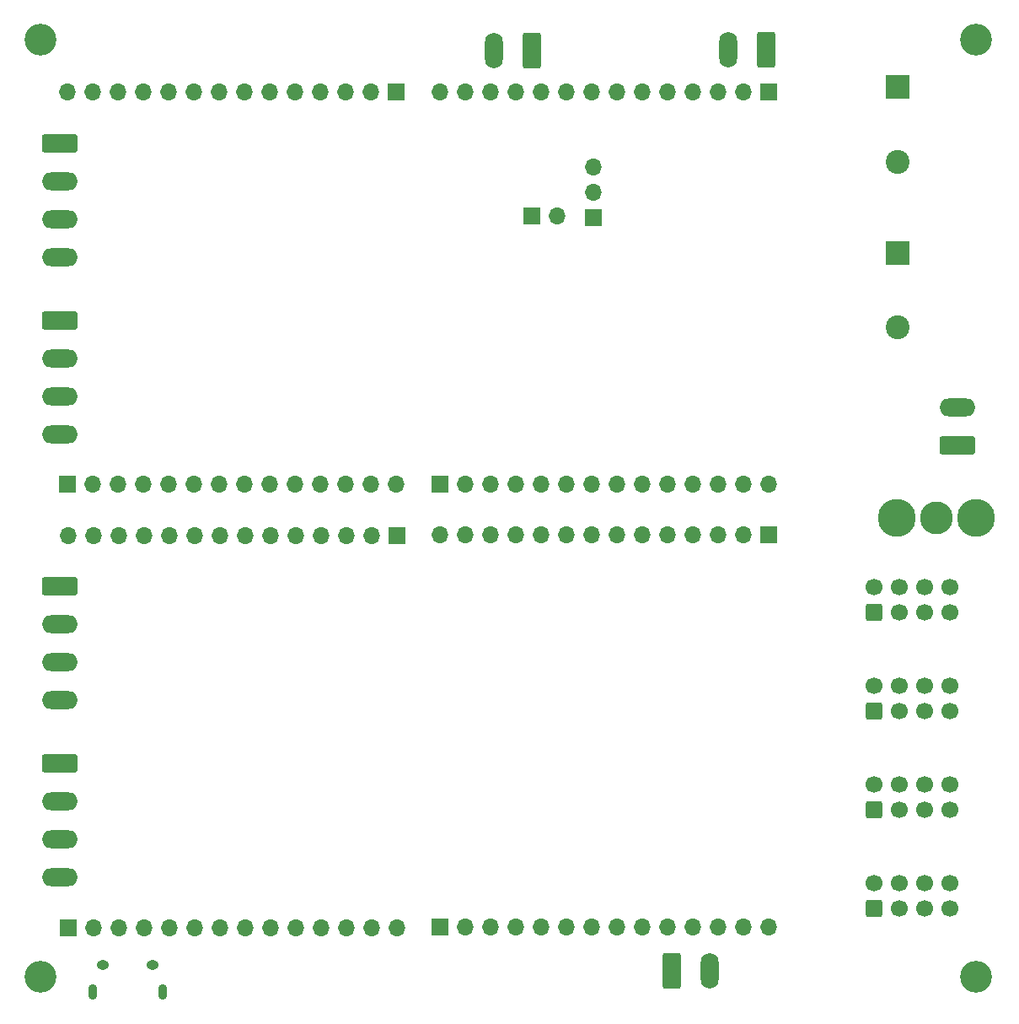
<source format=gbr>
%TF.GenerationSoftware,KiCad,Pcbnew,(6.0.4-0)*%
%TF.CreationDate,2022-09-03T22:07:04-04:00*%
%TF.ProjectId,QuarkCncQuadDriver,51756172-6b43-46e6-9351-756164447269,rev?*%
%TF.SameCoordinates,Original*%
%TF.FileFunction,Soldermask,Bot*%
%TF.FilePolarity,Negative*%
%FSLAX46Y46*%
G04 Gerber Fmt 4.6, Leading zero omitted, Abs format (unit mm)*
G04 Created by KiCad (PCBNEW (6.0.4-0)) date 2022-09-03 22:07:04*
%MOMM*%
%LPD*%
G01*
G04 APERTURE LIST*
G04 Aperture macros list*
%AMRoundRect*
0 Rectangle with rounded corners*
0 $1 Rounding radius*
0 $2 $3 $4 $5 $6 $7 $8 $9 X,Y pos of 4 corners*
0 Add a 4 corners polygon primitive as box body*
4,1,4,$2,$3,$4,$5,$6,$7,$8,$9,$2,$3,0*
0 Add four circle primitives for the rounded corners*
1,1,$1+$1,$2,$3*
1,1,$1+$1,$4,$5*
1,1,$1+$1,$6,$7*
1,1,$1+$1,$8,$9*
0 Add four rect primitives between the rounded corners*
20,1,$1+$1,$2,$3,$4,$5,0*
20,1,$1+$1,$4,$5,$6,$7,0*
20,1,$1+$1,$6,$7,$8,$9,0*
20,1,$1+$1,$8,$9,$2,$3,0*%
G04 Aperture macros list end*
%ADD10R,1.700000X1.700000*%
%ADD11O,1.700000X1.700000*%
%ADD12RoundRect,0.250000X-1.550000X0.650000X-1.550000X-0.650000X1.550000X-0.650000X1.550000X0.650000X0*%
%ADD13O,3.600000X1.800000*%
%ADD14RoundRect,0.250000X-0.650000X-1.550000X0.650000X-1.550000X0.650000X1.550000X-0.650000X1.550000X0*%
%ADD15O,1.800000X3.600000*%
%ADD16RoundRect,0.250000X0.650000X1.550000X-0.650000X1.550000X-0.650000X-1.550000X0.650000X-1.550000X0*%
%ADD17C,3.200000*%
%ADD18C,3.300000*%
%ADD19C,3.800000*%
%ADD20RoundRect,0.250000X0.600000X-0.600000X0.600000X0.600000X-0.600000X0.600000X-0.600000X-0.600000X0*%
%ADD21C,1.700000*%
%ADD22O,1.250000X0.950000*%
%ADD23O,0.890000X1.550000*%
%ADD24RoundRect,0.250000X1.550000X-0.650000X1.550000X0.650000X-1.550000X0.650000X-1.550000X-0.650000X0*%
%ADD25R,2.400000X2.400000*%
%ADD26C,2.400000*%
G04 APERTURE END LIST*
D10*
%TO.C,U29*%
X43180000Y-123190000D03*
D11*
X45720000Y-123190000D03*
X48260000Y-123190000D03*
X50800000Y-123190000D03*
X53340000Y-123190000D03*
X55880000Y-123190000D03*
X58420000Y-123190000D03*
X60960000Y-123190000D03*
X63500000Y-123190000D03*
X66040000Y-123190000D03*
X68580000Y-123190000D03*
X71120000Y-123190000D03*
X73660000Y-123190000D03*
X76200000Y-123190000D03*
%TD*%
D12*
%TO.C,J11*%
X42302500Y-62285000D03*
D13*
X42302500Y-66095000D03*
X42302500Y-69905000D03*
X42302500Y-73715000D03*
%TD*%
D14*
%TO.C,J10*%
X103759000Y-127508000D03*
D15*
X107569000Y-127508000D03*
%TD*%
D16*
%TO.C,J4*%
X89708600Y-35139700D03*
D15*
X85898600Y-35139700D03*
%TD*%
D10*
%TO.C,U9*%
X76095000Y-39345000D03*
D11*
X73555000Y-39345000D03*
X71015000Y-39345000D03*
X68475000Y-39345000D03*
X65935000Y-39345000D03*
X63395000Y-39345000D03*
X60855000Y-39345000D03*
X58315000Y-39345000D03*
X55775000Y-39345000D03*
X53235000Y-39345000D03*
X50695000Y-39345000D03*
X48155000Y-39345000D03*
X45615000Y-39345000D03*
X43075000Y-39345000D03*
%TD*%
D17*
%TO.C,H3*%
X134360000Y-128090000D03*
%TD*%
D18*
%TO.C,F1*%
X130378200Y-82061400D03*
D19*
X134378200Y-82061400D03*
X126378200Y-82061400D03*
%TD*%
D12*
%TO.C,Je1*%
X42302500Y-44505000D03*
D13*
X42302500Y-48315000D03*
X42302500Y-52125000D03*
X42302500Y-55935000D03*
%TD*%
D10*
%TO.C,J2*%
X95935800Y-51968400D03*
D11*
X95935800Y-49428400D03*
X95935800Y-46888400D03*
%TD*%
D10*
%TO.C,U19*%
X113550000Y-83795000D03*
D11*
X111010000Y-83795000D03*
X108470000Y-83795000D03*
X105930000Y-83795000D03*
X103390000Y-83795000D03*
X100850000Y-83795000D03*
X98310000Y-83795000D03*
X95770000Y-83795000D03*
X93230000Y-83795000D03*
X90690000Y-83795000D03*
X88150000Y-83795000D03*
X85610000Y-83795000D03*
X83070000Y-83795000D03*
X80530000Y-83795000D03*
%TD*%
D10*
%TO.C,U27*%
X76200000Y-83820000D03*
D11*
X73660000Y-83820000D03*
X71120000Y-83820000D03*
X68580000Y-83820000D03*
X66040000Y-83820000D03*
X63500000Y-83820000D03*
X60960000Y-83820000D03*
X58420000Y-83820000D03*
X55880000Y-83820000D03*
X53340000Y-83820000D03*
X50800000Y-83820000D03*
X48260000Y-83820000D03*
X45720000Y-83820000D03*
X43180000Y-83820000D03*
%TD*%
D10*
%TO.C,J14*%
X89733200Y-51765200D03*
D11*
X92273200Y-51765200D03*
%TD*%
D20*
%TO.C,J9*%
X124101000Y-121275500D03*
D21*
X124101000Y-118735500D03*
X126641000Y-121275500D03*
X126641000Y-118735500D03*
X129181000Y-121275500D03*
X129181000Y-118735500D03*
X131721000Y-121275500D03*
X131721000Y-118735500D03*
%TD*%
D17*
%TO.C,H1*%
X134360000Y-34090000D03*
%TD*%
D10*
%TO.C,U7*%
X43075000Y-78715000D03*
D11*
X45615000Y-78715000D03*
X48155000Y-78715000D03*
X50695000Y-78715000D03*
X53235000Y-78715000D03*
X55775000Y-78715000D03*
X58315000Y-78715000D03*
X60855000Y-78715000D03*
X63395000Y-78715000D03*
X65935000Y-78715000D03*
X68475000Y-78715000D03*
X71015000Y-78715000D03*
X73555000Y-78715000D03*
X76095000Y-78715000D03*
%TD*%
D10*
%TO.C,U1*%
X80550000Y-78690000D03*
D11*
X83090000Y-78690000D03*
X85630000Y-78690000D03*
X88170000Y-78690000D03*
X90710000Y-78690000D03*
X93250000Y-78690000D03*
X95790000Y-78690000D03*
X98330000Y-78690000D03*
X100870000Y-78690000D03*
X103410000Y-78690000D03*
X105950000Y-78690000D03*
X108490000Y-78690000D03*
X111030000Y-78690000D03*
X113570000Y-78690000D03*
%TD*%
D20*
%TO.C,J8*%
X124101000Y-111369500D03*
D21*
X124101000Y-108829500D03*
X126641000Y-111369500D03*
X126641000Y-108829500D03*
X129181000Y-111369500D03*
X129181000Y-108829500D03*
X131721000Y-111369500D03*
X131721000Y-108829500D03*
%TD*%
D22*
%TO.C,J3*%
X51649000Y-126947000D03*
D23*
X52649000Y-129647000D03*
X45649000Y-129647000D03*
D22*
X46649000Y-126947000D03*
%TD*%
D12*
%TO.C,J13*%
X42302500Y-106735000D03*
D13*
X42302500Y-110545000D03*
X42302500Y-114355000D03*
X42302500Y-118165000D03*
%TD*%
D12*
%TO.C,J12*%
X42302500Y-88955000D03*
D13*
X42302500Y-92765000D03*
X42302500Y-96575000D03*
X42302500Y-100385000D03*
%TD*%
D24*
%TO.C,J1*%
X132537200Y-74777600D03*
D13*
X132537200Y-70967600D03*
%TD*%
D17*
%TO.C,H2*%
X40360000Y-34090000D03*
%TD*%
D16*
%TO.C,J5*%
X113254400Y-35063500D03*
D15*
X109444400Y-35063500D03*
%TD*%
D20*
%TO.C,J6*%
X124079000Y-91557500D03*
D21*
X124079000Y-89017500D03*
X126619000Y-91557500D03*
X126619000Y-89017500D03*
X129159000Y-91557500D03*
X129159000Y-89017500D03*
X131699000Y-91557500D03*
X131699000Y-89017500D03*
%TD*%
D25*
%TO.C,C1*%
X126492000Y-55473600D03*
D26*
X126492000Y-62973600D03*
%TD*%
D17*
%TO.C,H4*%
X40360000Y-128090000D03*
%TD*%
D25*
%TO.C,C2*%
X126492000Y-38803646D03*
D26*
X126492000Y-46303646D03*
%TD*%
D20*
%TO.C,J7*%
X124079000Y-101463500D03*
D21*
X124079000Y-98923500D03*
X126619000Y-101463500D03*
X126619000Y-98923500D03*
X129159000Y-101463500D03*
X129159000Y-98923500D03*
X131699000Y-101463500D03*
X131699000Y-98923500D03*
%TD*%
D10*
%TO.C,U21*%
X80530000Y-123165000D03*
D11*
X83070000Y-123165000D03*
X85610000Y-123165000D03*
X88150000Y-123165000D03*
X90690000Y-123165000D03*
X93230000Y-123165000D03*
X95770000Y-123165000D03*
X98310000Y-123165000D03*
X100850000Y-123165000D03*
X103390000Y-123165000D03*
X105930000Y-123165000D03*
X108470000Y-123165000D03*
X111010000Y-123165000D03*
X113550000Y-123165000D03*
%TD*%
D10*
%TO.C,U3*%
X113570000Y-39320000D03*
D11*
X111030000Y-39320000D03*
X108490000Y-39320000D03*
X105950000Y-39320000D03*
X103410000Y-39320000D03*
X100870000Y-39320000D03*
X98330000Y-39320000D03*
X95790000Y-39320000D03*
X93250000Y-39320000D03*
X90710000Y-39320000D03*
X88170000Y-39320000D03*
X85630000Y-39320000D03*
X83090000Y-39320000D03*
X80550000Y-39320000D03*
%TD*%
M02*

</source>
